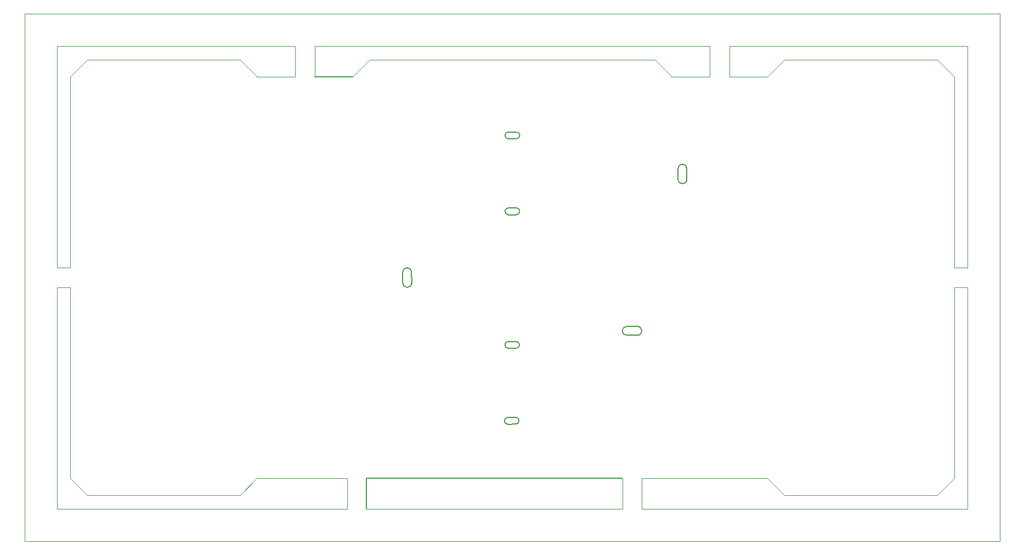
<source format=gbr>
G04 #@! TF.FileFunction,Profile,NP*
%FSLAX46Y46*%
G04 Gerber Fmt 4.6, Leading zero omitted, Abs format (unit mm)*
G04 Created by KiCad (PCBNEW 4.0.7-e2-6376~58~ubuntu16.04.1) date Sun Feb 25 03:24:25 2018*
%MOMM*%
%LPD*%
G01*
G04 APERTURE LIST*
%ADD10C,0.100000*%
%ADD11C,0.150000*%
G04 APERTURE END LIST*
D10*
X71750000Y-101500000D02*
X71750000Y-130960000D01*
X71750000Y-69000000D02*
X71750000Y-98500000D01*
X106500000Y-69000000D02*
X100600000Y-69000000D01*
D11*
X115400000Y-69000000D02*
X109500000Y-69000000D01*
D10*
X173510000Y-69000000D02*
X179400000Y-69000000D01*
X164600000Y-69000000D02*
X170480000Y-69000000D01*
X208250000Y-101500000D02*
X208251100Y-130970000D01*
X208250000Y-69050000D02*
X208250000Y-98500000D01*
X160000000Y-131000000D02*
X179400000Y-131000000D01*
D11*
X117500000Y-131000000D02*
X157000000Y-131000000D01*
D10*
X100600000Y-131000000D02*
X114500000Y-131000000D01*
X210250000Y-98500000D02*
X210250000Y-64250000D01*
X210250000Y-135750000D02*
X210250000Y-101500000D01*
X160000000Y-135750000D02*
X210250000Y-135750000D01*
X117500000Y-135750000D02*
X157000000Y-135750000D01*
X69750000Y-135750000D02*
X114500000Y-135750000D01*
X69750000Y-101500000D02*
X69750000Y-135750000D01*
X69750000Y-64250000D02*
X69750000Y-98500000D01*
X173500000Y-64250000D02*
X210250000Y-64250000D01*
X109500000Y-64250000D02*
X170500000Y-64250000D01*
X69750000Y-64250000D02*
X106500000Y-64250000D01*
X71750000Y-101500000D02*
X69750000Y-101500000D01*
X71750000Y-98500000D02*
X69750000Y-98500000D01*
X208250000Y-101500000D02*
X210250000Y-101500000D01*
X208250000Y-98500000D02*
X210250000Y-98500000D01*
X160000000Y-131000000D02*
X160000000Y-135750000D01*
X157000000Y-131000000D02*
X157000000Y-135750000D01*
D11*
X117500000Y-131000000D02*
X117500000Y-135750000D01*
D10*
X114500000Y-131000000D02*
X114500000Y-135750000D01*
X109500000Y-69000000D02*
X109500000Y-64250000D01*
X106500000Y-69000000D02*
X106500000Y-64250000D01*
X173500000Y-69000000D02*
X173500000Y-64250000D01*
X170500000Y-69000000D02*
X170500000Y-64250000D01*
X64750000Y-59250000D02*
X64750000Y-140750000D01*
X215250000Y-59250000D02*
X215250000Y-140750000D01*
X64750000Y-140750000D02*
X215250000Y-140750000D01*
X64750000Y-59250000D02*
X215250000Y-59250000D01*
D11*
X140605299Y-78593054D02*
G75*
G03X140599160Y-77525880I29421J533774D01*
G01*
X139446812Y-77536466D02*
G75*
G03X139435840Y-78602840I-26212J-532974D01*
G01*
X139456160Y-77536040D02*
X140614400Y-77525880D01*
X140599160Y-78597760D02*
X139400280Y-78607920D01*
X140599160Y-90307160D02*
X139400280Y-90317320D01*
X139456160Y-89245440D02*
X140614400Y-89235280D01*
X139446812Y-89245866D02*
G75*
G03X139435840Y-90312240I-26212J-532974D01*
G01*
X140605299Y-90302454D02*
G75*
G03X140599160Y-89235280I29421J533774D01*
G01*
X140503699Y-122641734D02*
G75*
G03X140497560Y-121574560I29421J533774D01*
G01*
X139345212Y-121585146D02*
G75*
G03X139334240Y-122651520I-26212J-532974D01*
G01*
X139354560Y-121584720D02*
X140512800Y-121574560D01*
X140497560Y-122646440D02*
X139298680Y-122656600D01*
X140568680Y-110942120D02*
X139369800Y-110952280D01*
X139425680Y-109880400D02*
X140583920Y-109870240D01*
X139416332Y-109880826D02*
G75*
G03X139405360Y-110947200I-26212J-532974D01*
G01*
X140574819Y-110937414D02*
G75*
G03X140568680Y-109870240I29421J533774D01*
G01*
X157655260Y-107561380D02*
X159331660Y-107541060D01*
X157655260Y-108917740D02*
X159331660Y-108917740D01*
X159346900Y-108907580D02*
G75*
G03X159332676Y-107546395I-19304J680465D01*
G01*
X157640956Y-107561823D02*
G75*
G03X157665420Y-108912660I24464J-675197D01*
G01*
X124459557Y-99147296D02*
G75*
G03X123108720Y-99171760I-675197J-24464D01*
G01*
X123113800Y-100853240D02*
G75*
G03X124474985Y-100839016I680465J19304D01*
G01*
X123103640Y-99161600D02*
X123103640Y-100838000D01*
X124460000Y-99161600D02*
X124480320Y-100838000D01*
X166954200Y-83164680D02*
X166974520Y-84841080D01*
X165597840Y-83164680D02*
X165597840Y-84841080D01*
X165608000Y-84856320D02*
G75*
G03X166969185Y-84842096I680465J19304D01*
G01*
X166953757Y-83150376D02*
G75*
G03X165602920Y-83174840I-675197J-24464D01*
G01*
D10*
X98001095Y-133598190D02*
X100600000Y-131000000D01*
X74376094Y-133598190D02*
X98001095Y-133598190D01*
X71751095Y-130973180D02*
X74376094Y-133598190D01*
X74376094Y-66398184D02*
X71751095Y-69023183D01*
X98001095Y-66398184D02*
X74376094Y-66398184D01*
X100626094Y-69023183D02*
X98001095Y-66398184D01*
X118026094Y-66398184D02*
X115373910Y-69023183D01*
X162001090Y-66398184D02*
X118026094Y-66398184D01*
X164626090Y-69023183D02*
X162001090Y-66398184D01*
X182001090Y-66398184D02*
X179376100Y-69023183D01*
X205626090Y-66398184D02*
X182001090Y-66398184D01*
X208251090Y-69023183D02*
X205626090Y-66398184D01*
X205626100Y-133598190D02*
X208251100Y-130973180D01*
X182001100Y-133598190D02*
X205626100Y-133598190D01*
X179400000Y-131000000D02*
X182001100Y-133598190D01*
M02*

</source>
